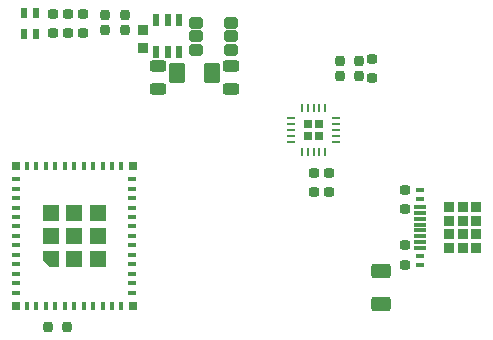
<source format=gbr>
%TF.GenerationSoftware,KiCad,Pcbnew,(6.0.2-0)*%
%TF.CreationDate,2022-03-18T09:48:19+00:00*%
%TF.ProjectId,Epaper213,45706170-6572-4323-9133-2e6b69636164,1*%
%TF.SameCoordinates,Original*%
%TF.FileFunction,Paste,Top*%
%TF.FilePolarity,Positive*%
%FSLAX46Y46*%
G04 Gerber Fmt 4.6, Leading zero omitted, Abs format (unit mm)*
G04 Created by KiCad (PCBNEW (6.0.2-0)) date 2022-03-18 09:48:19*
%MOMM*%
%LPD*%
G01*
G04 APERTURE LIST*
G04 Aperture macros list*
%AMRoundRect*
0 Rectangle with rounded corners*
0 $1 Rounding radius*
0 $2 $3 $4 $5 $6 $7 $8 $9 X,Y pos of 4 corners*
0 Add a 4 corners polygon primitive as box body*
4,1,4,$2,$3,$4,$5,$6,$7,$8,$9,$2,$3,0*
0 Add four circle primitives for the rounded corners*
1,1,$1+$1,$2,$3*
1,1,$1+$1,$4,$5*
1,1,$1+$1,$6,$7*
1,1,$1+$1,$8,$9*
0 Add four rect primitives between the rounded corners*
20,1,$1+$1,$2,$3,$4,$5,0*
20,1,$1+$1,$4,$5,$6,$7,0*
20,1,$1+$1,$6,$7,$8,$9,0*
20,1,$1+$1,$8,$9,$2,$3,0*%
%AMFreePoly0*
4,1,6,0.696000,-0.696000,-0.696000,-0.696000,-0.696000,0.118488,-0.118488,0.696000,0.696000,0.696000,0.696000,-0.696000,0.696000,-0.696000,$1*%
G04 Aperture macros list end*
%ADD10RoundRect,0.186000X-0.189000X-0.189000X0.189000X-0.189000X0.189000X0.189000X-0.189000X0.189000X0*%
%ADD11RoundRect,0.048500X-0.287500X-0.071500X0.287500X-0.071500X0.287500X0.071500X-0.287500X0.071500X0*%
%ADD12RoundRect,0.057500X-0.062500X-0.278500X0.062500X-0.278500X0.062500X0.278500X-0.062500X0.278500X0*%
%ADD13RoundRect,0.232500X0.232500X-0.232500X0.232500X0.232500X-0.232500X0.232500X-0.232500X-0.232500X0*%
%ADD14R,0.798000X0.420000*%
%ADD15RoundRect,0.069000X0.478200X-0.075000X0.478200X0.075000X-0.478200X0.075000X-0.478200X-0.075000X0*%
%ADD16RoundRect,0.184000X-0.272000X0.200000X-0.272000X-0.200000X0.272000X-0.200000X0.272000X0.200000X0*%
%ADD17RoundRect,0.184000X0.200000X0.272000X-0.200000X0.272000X-0.200000X-0.272000X0.200000X-0.272000X0*%
%ADD18RoundRect,0.207000X0.249000X-0.225000X0.249000X0.225000X-0.249000X0.225000X-0.249000X-0.225000X0*%
%ADD19R,0.576000X1.056000*%
%ADD20RoundRect,0.250000X-0.350000X-0.250000X0.350000X-0.250000X0.350000X0.250000X-0.350000X0.250000X0*%
%ADD21RoundRect,0.220875X-0.463125X-0.619125X0.463125X-0.619125X0.463125X0.619125X-0.463125X0.619125X0*%
%ADD22RoundRect,0.230000X-0.466000X0.250000X-0.466000X-0.250000X0.466000X-0.250000X0.466000X0.250000X0*%
%ADD23RoundRect,0.184000X-0.200000X-0.272000X0.200000X-0.272000X0.200000X0.272000X-0.200000X0.272000X0*%
%ADD24R,0.384000X0.768000*%
%ADD25R,0.768000X0.384000*%
%ADD26FreePoly0,90.000000*%
%ADD27R,1.392000X1.392000*%
%ADD28R,0.672000X0.672000*%
%ADD29RoundRect,0.184000X0.272000X-0.200000X0.272000X0.200000X-0.272000X0.200000X-0.272000X-0.200000X0*%
%ADD30RoundRect,0.225000X0.615000X-0.375000X0.615000X0.375000X-0.615000X0.375000X-0.615000X-0.375000X0*%
%ADD31R,0.480000X0.816000*%
G04 APERTURE END LIST*
D10*
%TO.C,U2*%
X156035000Y-78605000D03*
X155035000Y-77605000D03*
X156035000Y-77605000D03*
X155035000Y-78605000D03*
D11*
X153635000Y-77105000D03*
X153635000Y-77605000D03*
X153635000Y-78105000D03*
X153635000Y-78605000D03*
X153635000Y-79105000D03*
D12*
X154535000Y-80005000D03*
X155035000Y-80005000D03*
X155535000Y-80005000D03*
X156035000Y-80005000D03*
X156535000Y-80005000D03*
D11*
X157435000Y-79105000D03*
X157435000Y-78605000D03*
X157435000Y-78105000D03*
X157435000Y-77605000D03*
X157435000Y-77105000D03*
D12*
X156535000Y-76205000D03*
X156035000Y-76205000D03*
X155535000Y-76205000D03*
X155035000Y-76205000D03*
X154535000Y-76205000D03*
%TD*%
D13*
%TO.C,J1*%
X168165000Y-88095000D03*
X167015000Y-84645000D03*
X169315000Y-85795000D03*
X169315000Y-84645000D03*
X167015000Y-86945000D03*
X169315000Y-86945000D03*
X168165000Y-85795000D03*
X168165000Y-84645000D03*
X169315000Y-88095000D03*
X168165000Y-86945000D03*
X167015000Y-85795000D03*
X167015000Y-88095000D03*
D14*
X164590000Y-89560000D03*
X164590000Y-88760000D03*
D15*
X164590000Y-87610000D03*
X164590000Y-86610000D03*
X164590000Y-86110000D03*
X164590000Y-85110000D03*
D14*
X164590000Y-83160000D03*
X164590000Y-83960000D03*
D15*
X164590000Y-84610000D03*
X164590000Y-85610000D03*
X164590000Y-87110000D03*
X164590000Y-88110000D03*
%TD*%
D16*
%TO.C,C4*%
X160528000Y-72110000D03*
X160528000Y-73660000D03*
%TD*%
D17*
%TO.C,R7*%
X159408000Y-73530000D03*
X157758000Y-73530000D03*
%TD*%
D18*
%TO.C,U1*%
X141090000Y-71145000D03*
D19*
X144140000Y-68770000D03*
X144140000Y-71470000D03*
D20*
X148590000Y-69020000D03*
X145590000Y-70170000D03*
D21*
X143987500Y-73290000D03*
D18*
X141090000Y-69595000D03*
D20*
X148590000Y-71320000D03*
X145590000Y-71320000D03*
X145590000Y-69020000D03*
X148590000Y-70170000D03*
D19*
X142240000Y-71470000D03*
X143190000Y-71470000D03*
D22*
X142340000Y-72720000D03*
X142340000Y-74620000D03*
X148590000Y-74620000D03*
D19*
X143190000Y-68770000D03*
D21*
X146952500Y-73290000D03*
D22*
X148590000Y-72720000D03*
D19*
X142240000Y-68770000D03*
%TD*%
D16*
%TO.C,R11*%
X133460000Y-68263000D03*
X133460000Y-69913000D03*
%TD*%
D23*
%TO.C,R9*%
X133033000Y-94742000D03*
X134683000Y-94742000D03*
%TD*%
D17*
%TO.C,R1*%
X139556000Y-68326000D03*
X137906000Y-68326000D03*
%TD*%
D24*
%TO.C,U3*%
X131273250Y-92970000D03*
X132073250Y-92970000D03*
X132873250Y-92970000D03*
X133673250Y-92970000D03*
X134473250Y-92970000D03*
X135273250Y-92970000D03*
X136073250Y-92970000D03*
X136873250Y-92970000D03*
X137673250Y-92970000D03*
X138473250Y-92970000D03*
X139273250Y-92970000D03*
D25*
X140173250Y-91870000D03*
X140173250Y-91070000D03*
X140173250Y-90270000D03*
X140173250Y-89470000D03*
X140173250Y-88670000D03*
X140173250Y-87870000D03*
X140173250Y-87070000D03*
X140173250Y-86270000D03*
X140173250Y-85470000D03*
X140173250Y-84670000D03*
X140173250Y-83870000D03*
X140173250Y-83070000D03*
X140173250Y-82270000D03*
D24*
X139273250Y-81170000D03*
X138473250Y-81170000D03*
X137673250Y-81170000D03*
X136873250Y-81170000D03*
X136073250Y-81170000D03*
X135273250Y-81170000D03*
X134473250Y-81170000D03*
X133673250Y-81170000D03*
X132873250Y-81170000D03*
X132073250Y-81170000D03*
X131273250Y-81170000D03*
D25*
X130373250Y-82270000D03*
X130373250Y-83070000D03*
X130373250Y-83870000D03*
X130373250Y-84670000D03*
X130373250Y-85470000D03*
X130373250Y-86270000D03*
X130373250Y-87070000D03*
X130373250Y-87870000D03*
X130373250Y-88670000D03*
X130373250Y-89470000D03*
X130373250Y-90270000D03*
X130373250Y-91070000D03*
X130373250Y-91870000D03*
D26*
X133298250Y-89045000D03*
D27*
X137248250Y-87070000D03*
X137248250Y-89045000D03*
X133298250Y-87070000D03*
X137248250Y-85095000D03*
X135273250Y-87070000D03*
X133298250Y-85095000D03*
X135273250Y-85095000D03*
X135273250Y-89045000D03*
D28*
X130323250Y-81120000D03*
X140223250Y-81120000D03*
X140223250Y-93020000D03*
X130323250Y-93020000D03*
%TD*%
D29*
%TO.C,R6*%
X155535000Y-83375000D03*
X155535000Y-81725000D03*
%TD*%
D30*
%TO.C,D2*%
X161290000Y-92840000D03*
X161290000Y-90040000D03*
%TD*%
D16*
%TO.C,R10*%
X134730000Y-68263000D03*
X134730000Y-69913000D03*
%TD*%
D23*
%TO.C,R8*%
X157758000Y-72260000D03*
X159408000Y-72260000D03*
%TD*%
D29*
%TO.C,R4*%
X163322000Y-84825000D03*
X163322000Y-83175000D03*
%TD*%
D16*
%TO.C,R3*%
X163300000Y-87875000D03*
X163300000Y-89525000D03*
%TD*%
%TO.C,R12*%
X136000000Y-68263000D03*
X136000000Y-69913000D03*
%TD*%
D31*
%TO.C,D3*%
X131055000Y-69963000D03*
X131055000Y-68213000D03*
X132055000Y-68213000D03*
X132055000Y-69963000D03*
%TD*%
D23*
%TO.C,R2*%
X137906000Y-69596000D03*
X139556000Y-69596000D03*
%TD*%
D29*
%TO.C,R5*%
X156805000Y-83375000D03*
X156805000Y-81725000D03*
%TD*%
M02*

</source>
